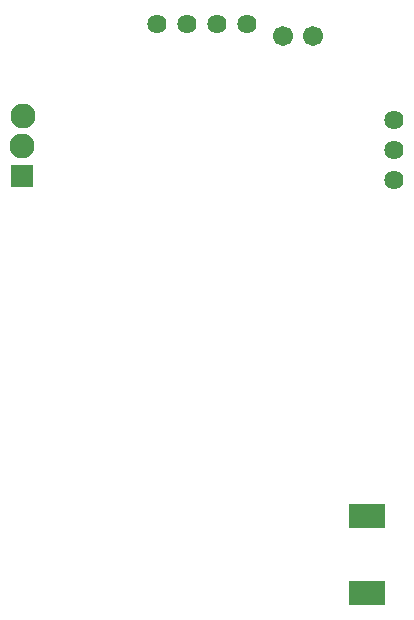
<source format=gbs>
G04 Layer: BottomSolderMaskLayer*
G04 EasyEDA v6.5.54, 2026-02-22 20:23:12*
G04 9385dd4def6c4638857af645287b29d8,b016eb778fe0479d964383eb0b581ccc,10*
G04 Gerber Generator version 0.2*
G04 Scale: 100 percent, Rotated: No, Reflected: No *
G04 Dimensions in millimeters *
G04 leading zeros omitted , absolute positions ,4 integer and 5 decimal *
%FSLAX45Y45*%
%MOMM*%

%AMMACRO1*4,1,8,-1.5213,-1.0511,-1.5511,-1.0211,-1.5511,1.0213,-1.5213,1.0511,1.5211,1.0511,1.5511,1.0213,1.5511,-1.0211,1.5211,-1.0511,-1.5213,-1.0511,0*%
%AMMACRO2*4,1,8,-0.9228,-0.9524,-0.9525,-0.9224,-0.9525,0.9227,-0.9228,0.9524,0.9225,0.9524,0.9525,0.9227,0.9525,-0.9224,0.9225,-0.9524,-0.9228,-0.9524,0*%
%ADD10C,1.6256*%
%ADD11MACRO1*%
%ADD12C,1.7016*%
%ADD13C,2.1082*%
%ADD14MACRO2*%
%ADD15C,0.0147*%

%LPD*%
D10*
G01*
X9407397Y10439400D03*
G01*
X9661397Y10439400D03*
G01*
X9915397Y10439400D03*
G01*
X10169397Y10439400D03*
D11*
G01*
X11188712Y6273800D03*
G01*
X11188712Y5626100D03*
D12*
G01*
X10731500Y10337800D03*
G01*
X10477500Y10337800D03*
D13*
G01*
X8269757Y9665462D03*
G01*
X8267471Y9409176D03*
D14*
G01*
X8265642Y9155925D03*
D10*
G01*
X11417300Y9626600D03*
G01*
X11417300Y9372600D03*
G01*
X11417300Y9118600D03*
M02*

</source>
